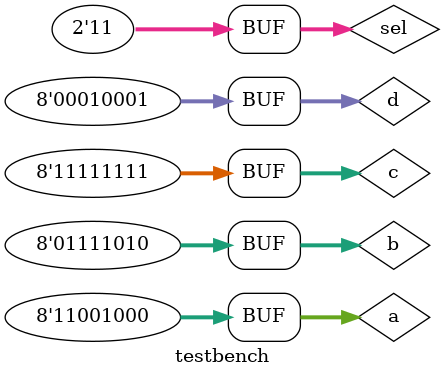
<source format=v>
`timescale 1us/1ns
module testbench ();

	parameter N = 8;
	reg [N-1:0] a, b, c, d;
	reg [1:0] sel;
	wire [N-1:0] y;
	
	mux_4x_nbit MUX4BIT(
		.a(a), .b(b),
		.c(c), .d(d),
		.sel(sel), .y(y)
	);
	
	initial begin
		$monitor ($time, " a = %d, b = %d, c = %d, d = %d, sel = %b, y = %d", a, b, c, d, sel, y);
		#1; a = 200; b = 122; c = 255; d = 17; sel = 2'b00;
		#1; sel = 2'b01;
		#1; sel = 2'b10;
		#1; sel = 2'b11;
	end
	
endmodule


</source>
